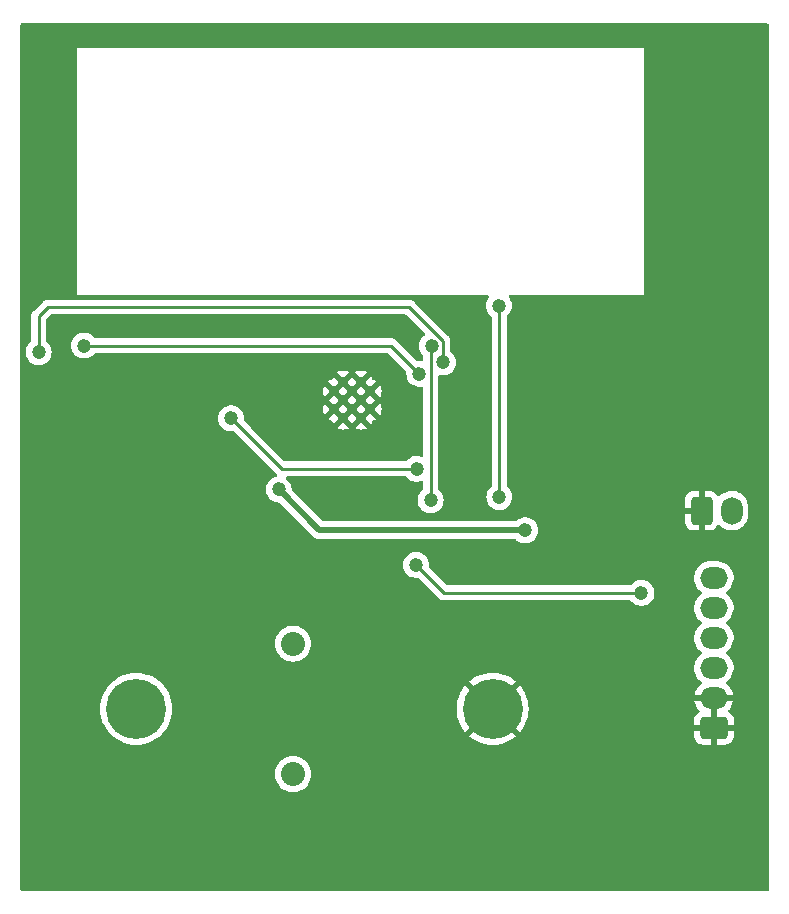
<source format=gbr>
%TF.GenerationSoftware,KiCad,Pcbnew,7.0.10*%
%TF.CreationDate,2024-03-05T16:05:14-06:00*%
%TF.ProjectId,smart_helmet,736d6172-745f-4686-956c-6d65742e6b69,rev?*%
%TF.SameCoordinates,Original*%
%TF.FileFunction,Copper,L2,Bot*%
%TF.FilePolarity,Positive*%
%FSLAX46Y46*%
G04 Gerber Fmt 4.6, Leading zero omitted, Abs format (unit mm)*
G04 Created by KiCad (PCBNEW 7.0.10) date 2024-03-05 16:05:14*
%MOMM*%
%LPD*%
G01*
G04 APERTURE LIST*
G04 Aperture macros list*
%AMRoundRect*
0 Rectangle with rounded corners*
0 $1 Rounding radius*
0 $2 $3 $4 $5 $6 $7 $8 $9 X,Y pos of 4 corners*
0 Add a 4 corners polygon primitive as box body*
4,1,4,$2,$3,$4,$5,$6,$7,$8,$9,$2,$3,0*
0 Add four circle primitives for the rounded corners*
1,1,$1+$1,$2,$3*
1,1,$1+$1,$4,$5*
1,1,$1+$1,$6,$7*
1,1,$1+$1,$8,$9*
0 Add four rect primitives between the rounded corners*
20,1,$1+$1,$2,$3,$4,$5,0*
20,1,$1+$1,$4,$5,$6,$7,0*
20,1,$1+$1,$6,$7,$8,$9,0*
20,1,$1+$1,$8,$9,$2,$3,0*%
G04 Aperture macros list end*
%TA.AperFunction,HeatsinkPad*%
%ADD10C,0.939800*%
%TD*%
%TA.AperFunction,ComponentPad*%
%ADD11C,2.032000*%
%TD*%
%TA.AperFunction,ComponentPad*%
%ADD12C,5.080000*%
%TD*%
%TA.AperFunction,ComponentPad*%
%ADD13O,2.336800X1.828800*%
%TD*%
%TA.AperFunction,ComponentPad*%
%ADD14RoundRect,0.262758X0.905642X-0.651642X0.905642X0.651642X-0.905642X0.651642X-0.905642X-0.651642X0*%
%TD*%
%TA.AperFunction,ComponentPad*%
%ADD15O,1.828800X2.336800*%
%TD*%
%TA.AperFunction,ComponentPad*%
%ADD16RoundRect,0.262758X-0.651642X-0.905642X0.651642X-0.905642X0.651642X0.905642X-0.651642X0.905642X0*%
%TD*%
%TA.AperFunction,ViaPad*%
%ADD17C,1.193800*%
%TD*%
%TA.AperFunction,Conductor*%
%ADD18C,0.254000*%
%TD*%
%TA.AperFunction,Conductor*%
%ADD19C,0.508000*%
%TD*%
G04 APERTURE END LIST*
D10*
%TO.P,U5,39,GND*%
%TO.N,GND*%
X151490000Y-88142500D03*
X153015000Y-89667500D03*
X150727500Y-88905000D03*
X152252500Y-88905000D03*
X151490000Y-89667500D03*
X153015000Y-88142500D03*
X150727500Y-87380000D03*
X150727500Y-90430000D03*
X149965000Y-89667500D03*
X152252500Y-87380000D03*
X152252500Y-90430000D03*
X149965000Y-88142500D03*
%TD*%
D11*
%TO.P,U3,1,IN*%
%TO.N,Net-(+12V_Battery1-Pin_2)*%
X146483800Y-120565100D03*
%TO.P,U3,2,OUT*%
%TO.N,Net-(U3-OUT)*%
X146483800Y-109516100D03*
D12*
%TO.P,U3,3,GND*%
%TO.N,GND*%
X163374800Y-115040600D03*
%TO.P,U3,4,4*%
%TO.N,unconnected-(U3-Pad4)*%
X133199600Y-115040600D03*
%TD*%
D13*
%TO.P,SensorConn1,6,Pin_6*%
%TO.N,/VDD*%
X182118720Y-103957541D03*
%TO.P,SensorConn1,5,Pin_5*%
%TO.N,/SDA*%
X182118720Y-106497541D03*
%TO.P,SensorConn1,4,Pin_4*%
%TO.N,/SCL*%
X182118720Y-109037541D03*
%TO.P,SensorConn1,3,Pin_3*%
%TO.N,/INT*%
X182118720Y-111577541D03*
%TO.P,SensorConn1,2,Pin_2*%
%TO.N,GND*%
X182118720Y-114117541D03*
D14*
%TO.P,SensorConn1,1,Pin_1*%
X182118720Y-116657541D03*
%TD*%
D15*
%TO.P,+12V_Battery1,2,Pin_2*%
%TO.N,Net-(+12V_Battery1-Pin_2)*%
X183612780Y-98259739D03*
D16*
%TO.P,+12V_Battery1,1,Pin_1*%
%TO.N,GND*%
X181072780Y-98259739D03*
%TD*%
D17*
%TO.N,/SCL*%
X163901668Y-80911116D03*
X163949588Y-97107922D03*
%TO.N,/VDD*%
X166140769Y-99922815D03*
X145263821Y-96472608D03*
%TO.N,Net-(U1-RXD)*%
X124942101Y-84844132D03*
X159172628Y-85706684D03*
%TO.N,Net-(U1-TXD)*%
X128783651Y-84282428D03*
X157175981Y-86678406D03*
%TO.N,Net-(U5-IO0)*%
X141250719Y-90448077D03*
X156968329Y-94728890D03*
%TO.N,/INT*%
X158258550Y-84331109D03*
X158130765Y-97381198D03*
%TO.N,/SDA*%
X156907078Y-102861881D03*
X175979057Y-105225912D03*
%TD*%
D18*
%TO.N,/SCL*%
X163949588Y-80959036D02*
X163901668Y-80911116D01*
X163949588Y-97107922D02*
X163949588Y-80959036D01*
D19*
%TO.N,/VDD*%
X148714028Y-99922815D02*
X145263821Y-96472608D01*
X166140769Y-99922815D02*
X148714028Y-99922815D01*
D18*
%TO.N,Net-(U1-RXD)*%
X124942101Y-81825201D02*
X124942101Y-84844132D01*
X125740760Y-81026542D02*
X124942101Y-81825201D01*
X159172628Y-85706684D02*
X159182450Y-85696862D01*
X159182450Y-85696862D02*
X159182450Y-83911536D01*
X159182450Y-83911536D02*
X156297456Y-81026542D01*
X156297456Y-81026542D02*
X125740760Y-81026542D01*
%TO.N,Net-(U1-TXD)*%
X154780003Y-84282428D02*
X128783651Y-84282428D01*
X157175981Y-86678406D02*
X154780003Y-84282428D01*
%TO.N,Net-(U5-IO0)*%
X156968329Y-94728890D02*
X145531532Y-94728890D01*
X145531532Y-94728890D02*
X141250719Y-90448077D01*
%TO.N,/INT*%
X158130765Y-97381198D02*
X158130765Y-84458894D01*
X158130765Y-84458894D02*
X158258550Y-84331109D01*
%TO.N,/SDA*%
X159271109Y-105225912D02*
X156907078Y-102861881D01*
X175979057Y-105225912D02*
X159271109Y-105225912D01*
%TD*%
%TA.AperFunction,Conductor*%
%TO.N,GND*%
G36*
X182368720Y-116117071D02*
G01*
X182274046Y-116077856D01*
X182157717Y-116062541D01*
X182079723Y-116062541D01*
X181963394Y-116077856D01*
X181868720Y-116117071D01*
X181868720Y-114658010D01*
X181963394Y-114697226D01*
X182079723Y-114712541D01*
X182157717Y-114712541D01*
X182274046Y-114697226D01*
X182368720Y-114658010D01*
X182368720Y-116117071D01*
G37*
%TD.AperFunction*%
%TA.AperFunction,Conductor*%
G36*
X186704171Y-57022883D02*
G01*
X186749926Y-57075687D01*
X186761132Y-57127198D01*
X186761132Y-130320641D01*
X186741447Y-130387680D01*
X186688643Y-130433435D01*
X186637132Y-130444641D01*
X123515080Y-130444641D01*
X123448041Y-130424956D01*
X123402286Y-130372152D01*
X123391080Y-130320641D01*
X123391080Y-120565100D01*
X144962611Y-120565100D01*
X144981338Y-120803063D01*
X145037061Y-121035168D01*
X145128408Y-121255700D01*
X145128410Y-121255704D01*
X145128411Y-121255705D01*
X145253132Y-121459232D01*
X145408157Y-121640743D01*
X145589668Y-121795768D01*
X145793195Y-121920489D01*
X145793197Y-121920489D01*
X145793199Y-121920491D01*
X145868871Y-121951835D01*
X146013727Y-122011837D01*
X146245834Y-122067561D01*
X146483800Y-122086289D01*
X146721766Y-122067561D01*
X146953873Y-122011837D01*
X147174405Y-121920489D01*
X147377932Y-121795768D01*
X147559443Y-121640743D01*
X147714468Y-121459232D01*
X147839189Y-121255705D01*
X147930537Y-121035173D01*
X147986261Y-120803066D01*
X148004989Y-120565100D01*
X147986261Y-120327134D01*
X147930537Y-120095027D01*
X147839189Y-119874495D01*
X147714468Y-119670968D01*
X147559443Y-119489457D01*
X147377932Y-119334432D01*
X147174405Y-119209711D01*
X147174404Y-119209710D01*
X147174400Y-119209708D01*
X146953868Y-119118361D01*
X146721762Y-119062638D01*
X146721763Y-119062638D01*
X146483800Y-119043911D01*
X146245836Y-119062638D01*
X146013731Y-119118361D01*
X145793199Y-119209708D01*
X145589667Y-119334432D01*
X145408157Y-119489457D01*
X145253132Y-119670967D01*
X145128408Y-119874499D01*
X145037061Y-120095031D01*
X144981338Y-120327136D01*
X144962611Y-120565100D01*
X123391080Y-120565100D01*
X123391080Y-115040600D01*
X130154309Y-115040600D01*
X130173456Y-115381559D01*
X130173458Y-115381571D01*
X130230660Y-115718237D01*
X130230662Y-115718246D01*
X130298892Y-115955075D01*
X130325201Y-116046396D01*
X130428821Y-116296556D01*
X130455887Y-116361900D01*
X130621080Y-116660796D01*
X130621083Y-116660801D01*
X130818475Y-116938997D01*
X130818696Y-116939308D01*
X131046254Y-117193946D01*
X131300892Y-117421504D01*
X131300895Y-117421506D01*
X131300896Y-117421507D01*
X131579398Y-117619116D01*
X131579403Y-117619119D01*
X131579406Y-117619120D01*
X131579408Y-117619122D01*
X131878298Y-117784312D01*
X132193804Y-117914999D01*
X132521959Y-118009539D01*
X132858636Y-118066743D01*
X133199600Y-118085891D01*
X133540564Y-118066743D01*
X133877241Y-118009539D01*
X134205396Y-117914999D01*
X134520902Y-117784312D01*
X134819792Y-117619122D01*
X134819797Y-117619118D01*
X134819801Y-117619116D01*
X134934910Y-117537440D01*
X135098308Y-117421504D01*
X135352946Y-117193946D01*
X135580504Y-116939308D01*
X135778122Y-116660792D01*
X135943312Y-116361902D01*
X136073999Y-116046396D01*
X136168539Y-115718241D01*
X136225743Y-115381564D01*
X136244891Y-115040600D01*
X160330010Y-115040600D01*
X160349154Y-115381503D01*
X160349156Y-115381515D01*
X160406348Y-115718126D01*
X160406350Y-115718135D01*
X160500871Y-116046224D01*
X160631538Y-116361683D01*
X160796703Y-116660526D01*
X160994288Y-116938997D01*
X161054959Y-117006886D01*
X161808113Y-116253732D01*
X161873684Y-116341324D01*
X162074076Y-116541716D01*
X162161666Y-116607285D01*
X161408512Y-117360439D01*
X161476405Y-117421113D01*
X161476410Y-117421117D01*
X161754873Y-117618696D01*
X162053716Y-117783861D01*
X162369175Y-117914528D01*
X162697264Y-118009049D01*
X162697273Y-118009051D01*
X163033884Y-118066243D01*
X163033896Y-118066245D01*
X163374800Y-118085389D01*
X163715703Y-118066245D01*
X163715715Y-118066243D01*
X164052326Y-118009051D01*
X164052335Y-118009049D01*
X164380424Y-117914528D01*
X164695883Y-117783861D01*
X164994726Y-117618696D01*
X165273196Y-117421112D01*
X165273207Y-117421103D01*
X165341087Y-117360440D01*
X165341087Y-117360439D01*
X164587933Y-116607285D01*
X164675524Y-116541716D01*
X164875916Y-116341324D01*
X164941485Y-116253733D01*
X165694639Y-117006887D01*
X165694640Y-117006887D01*
X165755303Y-116939007D01*
X165755312Y-116938996D01*
X165952896Y-116660526D01*
X166118061Y-116361683D01*
X166248728Y-116046224D01*
X166343249Y-115718135D01*
X166343251Y-115718126D01*
X166400443Y-115381515D01*
X166400445Y-115381503D01*
X166419589Y-115040600D01*
X166400445Y-114699696D01*
X166400443Y-114699684D01*
X166343251Y-114363073D01*
X166343249Y-114363064D01*
X166248728Y-114034975D01*
X166118061Y-113719516D01*
X165952896Y-113420673D01*
X165755317Y-113142210D01*
X165755313Y-113142205D01*
X165694639Y-113074312D01*
X164941485Y-113827466D01*
X164875916Y-113739876D01*
X164675524Y-113539484D01*
X164587932Y-113473913D01*
X165341086Y-112720759D01*
X165273197Y-112660088D01*
X164994726Y-112462503D01*
X164695883Y-112297338D01*
X164380424Y-112166671D01*
X164052335Y-112072150D01*
X164052326Y-112072148D01*
X163715715Y-112014956D01*
X163715703Y-112014954D01*
X163374800Y-111995810D01*
X163033896Y-112014954D01*
X163033884Y-112014956D01*
X162697273Y-112072148D01*
X162697264Y-112072150D01*
X162369175Y-112166671D01*
X162053716Y-112297338D01*
X161754873Y-112462503D01*
X161476399Y-112660091D01*
X161408512Y-112720759D01*
X162161667Y-113473914D01*
X162074076Y-113539484D01*
X161873684Y-113739876D01*
X161808114Y-113827467D01*
X161054959Y-113074312D01*
X160994291Y-113142199D01*
X160796703Y-113420673D01*
X160631538Y-113719516D01*
X160500871Y-114034975D01*
X160406350Y-114363064D01*
X160406348Y-114363073D01*
X160349156Y-114699684D01*
X160349154Y-114699696D01*
X160330010Y-115040600D01*
X136244891Y-115040600D01*
X136225743Y-114699636D01*
X136168539Y-114362959D01*
X136073999Y-114034804D01*
X135943312Y-113719298D01*
X135778122Y-113420408D01*
X135778120Y-113420406D01*
X135778119Y-113420403D01*
X135778116Y-113420398D01*
X135580507Y-113141896D01*
X135580506Y-113141895D01*
X135580504Y-113141892D01*
X135352946Y-112887254D01*
X135098308Y-112659696D01*
X135098305Y-112659694D01*
X135098303Y-112659692D01*
X134819801Y-112462083D01*
X134819796Y-112462080D01*
X134520900Y-112296887D01*
X134327644Y-112216838D01*
X134205396Y-112166201D01*
X134121048Y-112141900D01*
X133877246Y-112071662D01*
X133877237Y-112071660D01*
X133540571Y-112014458D01*
X133540559Y-112014456D01*
X133199600Y-111995309D01*
X132858640Y-112014456D01*
X132858628Y-112014458D01*
X132521962Y-112071660D01*
X132521953Y-112071662D01*
X132193807Y-112166200D01*
X132193804Y-112166201D01*
X132101396Y-112204477D01*
X131878299Y-112296887D01*
X131579403Y-112462080D01*
X131579398Y-112462083D01*
X131300896Y-112659692D01*
X131046254Y-112887254D01*
X130818692Y-113141896D01*
X130621083Y-113420398D01*
X130621080Y-113420403D01*
X130455887Y-113719299D01*
X130325200Y-114034807D01*
X130230662Y-114362953D01*
X130230660Y-114362962D01*
X130173458Y-114699628D01*
X130173456Y-114699640D01*
X130154309Y-115040600D01*
X123391080Y-115040600D01*
X123391080Y-111517274D01*
X180445983Y-111517274D01*
X180456205Y-111757901D01*
X180456206Y-111757910D01*
X180506948Y-111993354D01*
X180506948Y-111993355D01*
X180596749Y-112216834D01*
X180723030Y-112421929D01*
X180882155Y-112602729D01*
X181069743Y-112754197D01*
X181109535Y-112811628D01*
X181111961Y-112881455D01*
X181076251Y-112941510D01*
X181061280Y-112953408D01*
X180972954Y-113013106D01*
X180799129Y-113179704D01*
X180799128Y-113179705D01*
X180655964Y-113373274D01*
X180655959Y-113373282D01*
X180547571Y-113588261D01*
X180547570Y-113588264D01*
X180477067Y-113818477D01*
X180477066Y-113818484D01*
X180470784Y-113867541D01*
X181578250Y-113867541D01*
X181539035Y-113962215D01*
X181518586Y-114117541D01*
X181539035Y-114272867D01*
X181578250Y-114367541D01*
X180471724Y-114367541D01*
X180507428Y-114533206D01*
X180597197Y-114756608D01*
X180723432Y-114961626D01*
X180883101Y-115143047D01*
X180912615Y-115206377D01*
X180903205Y-115275610D01*
X180857859Y-115328765D01*
X180855114Y-115330508D01*
X180736771Y-115403503D01*
X180736767Y-115403506D01*
X180610685Y-115529588D01*
X180610682Y-115529592D01*
X180517082Y-115681340D01*
X180517077Y-115681351D01*
X180460992Y-115850605D01*
X180460991Y-115850612D01*
X180450320Y-115955060D01*
X180450320Y-116407541D01*
X181578250Y-116407541D01*
X181539035Y-116502215D01*
X181518586Y-116657541D01*
X181539035Y-116812867D01*
X181578250Y-116907541D01*
X180450321Y-116907541D01*
X180450321Y-117360023D01*
X180460991Y-117464475D01*
X180460992Y-117464478D01*
X180517077Y-117633730D01*
X180517082Y-117633741D01*
X180610682Y-117785489D01*
X180610685Y-117785493D01*
X180736767Y-117911575D01*
X180736771Y-117911578D01*
X180888519Y-118005178D01*
X180888530Y-118005183D01*
X181057784Y-118061268D01*
X181057791Y-118061269D01*
X181162245Y-118071940D01*
X181868719Y-118071940D01*
X181868720Y-118071939D01*
X181868720Y-117198010D01*
X181963394Y-117237226D01*
X182079723Y-117252541D01*
X182157717Y-117252541D01*
X182274046Y-117237226D01*
X182368720Y-117198010D01*
X182368720Y-118071940D01*
X183075186Y-118071940D01*
X183075202Y-118071939D01*
X183179654Y-118061269D01*
X183179657Y-118061268D01*
X183348909Y-118005183D01*
X183348920Y-118005178D01*
X183500668Y-117911578D01*
X183500672Y-117911575D01*
X183626754Y-117785493D01*
X183626757Y-117785489D01*
X183720357Y-117633741D01*
X183720362Y-117633730D01*
X183776447Y-117464476D01*
X183776448Y-117464469D01*
X183787119Y-117360021D01*
X183787120Y-117360008D01*
X183787120Y-116907541D01*
X182659190Y-116907541D01*
X182698405Y-116812867D01*
X182718854Y-116657541D01*
X182698405Y-116502215D01*
X182659190Y-116407541D01*
X183787119Y-116407541D01*
X183787119Y-115955075D01*
X183787118Y-115955058D01*
X183776448Y-115850606D01*
X183776447Y-115850603D01*
X183720362Y-115681351D01*
X183720357Y-115681340D01*
X183626757Y-115529592D01*
X183626754Y-115529588D01*
X183500672Y-115403506D01*
X183500668Y-115403503D01*
X183378154Y-115327935D01*
X183331429Y-115275987D01*
X183320208Y-115207025D01*
X183348051Y-115142943D01*
X183357451Y-115132874D01*
X183438310Y-115055376D01*
X183438311Y-115055376D01*
X183581475Y-114861807D01*
X183581480Y-114861799D01*
X183689868Y-114646820D01*
X183689869Y-114646817D01*
X183760372Y-114416604D01*
X183760373Y-114416597D01*
X183766656Y-114367541D01*
X182659190Y-114367541D01*
X182698405Y-114272867D01*
X182718854Y-114117541D01*
X182698405Y-113962215D01*
X182659190Y-113867541D01*
X183765716Y-113867541D01*
X183765715Y-113867540D01*
X183730011Y-113701875D01*
X183640242Y-113478473D01*
X183514007Y-113273455D01*
X183354936Y-113092713D01*
X183167669Y-112941505D01*
X183127877Y-112884074D01*
X183125450Y-112814247D01*
X183161161Y-112754192D01*
X183176125Y-112742299D01*
X183264802Y-112682364D01*
X183438687Y-112515710D01*
X183581905Y-112322066D01*
X183690337Y-112107003D01*
X183760864Y-111876709D01*
X183791457Y-111637808D01*
X183781234Y-111397174D01*
X183730492Y-111161728D01*
X183640689Y-110938244D01*
X183514409Y-110733152D01*
X183355284Y-110552352D01*
X183168100Y-110401211D01*
X183128309Y-110343783D01*
X183125882Y-110273955D01*
X183161593Y-110213901D01*
X183176557Y-110202007D01*
X183264802Y-110142364D01*
X183438687Y-109975710D01*
X183581905Y-109782066D01*
X183690337Y-109567003D01*
X183760864Y-109336709D01*
X183791457Y-109097808D01*
X183781234Y-108857174D01*
X183730492Y-108621728D01*
X183640689Y-108398244D01*
X183514409Y-108193152D01*
X183355284Y-108012352D01*
X183168100Y-107861211D01*
X183128309Y-107803783D01*
X183125882Y-107733955D01*
X183161593Y-107673901D01*
X183176557Y-107662007D01*
X183264802Y-107602364D01*
X183438687Y-107435710D01*
X183581905Y-107242066D01*
X183690337Y-107027003D01*
X183760864Y-106796709D01*
X183791457Y-106557808D01*
X183781234Y-106317174D01*
X183730492Y-106081728D01*
X183640689Y-105858244D01*
X183514409Y-105653152D01*
X183355284Y-105472352D01*
X183168100Y-105321211D01*
X183128309Y-105263783D01*
X183125882Y-105193955D01*
X183161593Y-105133901D01*
X183176557Y-105122007D01*
X183264802Y-105062364D01*
X183438687Y-104895710D01*
X183581905Y-104702066D01*
X183690337Y-104487003D01*
X183760864Y-104256709D01*
X183791457Y-104017808D01*
X183790209Y-103988443D01*
X183784262Y-103848441D01*
X183781234Y-103777174D01*
X183730492Y-103541728D01*
X183640689Y-103318244D01*
X183514409Y-103113152D01*
X183355284Y-102932352D01*
X183355283Y-102932351D01*
X183355279Y-102932347D01*
X183167899Y-102781048D01*
X183167893Y-102781043D01*
X182957629Y-102663583D01*
X182730536Y-102583346D01*
X182730526Y-102583343D01*
X182493155Y-102542641D01*
X182493146Y-102542641D01*
X181804612Y-102542641D01*
X181804593Y-102542641D01*
X181624742Y-102557949D01*
X181624739Y-102557950D01*
X181391656Y-102618639D01*
X181172190Y-102717843D01*
X181172182Y-102717848D01*
X180972639Y-102852717D01*
X180798752Y-103019372D01*
X180655537Y-103213013D01*
X180655534Y-103213017D01*
X180547103Y-103428077D01*
X180476575Y-103658375D01*
X180445983Y-103897274D01*
X180456205Y-104137901D01*
X180456206Y-104137910D01*
X180506948Y-104373354D01*
X180506948Y-104373355D01*
X180596749Y-104596834D01*
X180596751Y-104596838D01*
X180626854Y-104645728D01*
X180723030Y-104801929D01*
X180882155Y-104982729D01*
X181069337Y-105133869D01*
X181109129Y-105191300D01*
X181111555Y-105261127D01*
X181075845Y-105321182D01*
X181060875Y-105333080D01*
X180972637Y-105392719D01*
X180798752Y-105559372D01*
X180655537Y-105753013D01*
X180655534Y-105753017D01*
X180547103Y-105968077D01*
X180476575Y-106198375D01*
X180445983Y-106437274D01*
X180456205Y-106677901D01*
X180456206Y-106677910D01*
X180506948Y-106913354D01*
X180506948Y-106913355D01*
X180596749Y-107136834D01*
X180723030Y-107341929D01*
X180882155Y-107522729D01*
X181069337Y-107673869D01*
X181109129Y-107731300D01*
X181111555Y-107801127D01*
X181075845Y-107861182D01*
X181060875Y-107873080D01*
X180972637Y-107932719D01*
X180798752Y-108099372D01*
X180655537Y-108293013D01*
X180655534Y-108293017D01*
X180547103Y-108508077D01*
X180476575Y-108738375D01*
X180445983Y-108977274D01*
X180456205Y-109217901D01*
X180456206Y-109217910D01*
X180506948Y-109453354D01*
X180506948Y-109453355D01*
X180596749Y-109676834D01*
X180723030Y-109881929D01*
X180882155Y-110062729D01*
X181069337Y-110213869D01*
X181109129Y-110271300D01*
X181111555Y-110341127D01*
X181075845Y-110401182D01*
X181060875Y-110413080D01*
X180972637Y-110472719D01*
X180798752Y-110639372D01*
X180655537Y-110833013D01*
X180655534Y-110833017D01*
X180547103Y-111048077D01*
X180476575Y-111278375D01*
X180445983Y-111517274D01*
X123391080Y-111517274D01*
X123391080Y-109516100D01*
X144962611Y-109516100D01*
X144981338Y-109754063D01*
X145037061Y-109986168D01*
X145128408Y-110206700D01*
X145128410Y-110206704D01*
X145128411Y-110206705D01*
X145253132Y-110410232D01*
X145408157Y-110591743D01*
X145589668Y-110746768D01*
X145793195Y-110871489D01*
X145793197Y-110871489D01*
X145793199Y-110871491D01*
X145868871Y-110902835D01*
X146013727Y-110962837D01*
X146245834Y-111018561D01*
X146483800Y-111037289D01*
X146721766Y-111018561D01*
X146953873Y-110962837D01*
X147174405Y-110871489D01*
X147377932Y-110746768D01*
X147559443Y-110591743D01*
X147714468Y-110410232D01*
X147839189Y-110206705D01*
X147930537Y-109986173D01*
X147986261Y-109754066D01*
X148004989Y-109516100D01*
X147986261Y-109278134D01*
X147930537Y-109046027D01*
X147870535Y-108901171D01*
X147839191Y-108825499D01*
X147785800Y-108738373D01*
X147714468Y-108621968D01*
X147559443Y-108440457D01*
X147377932Y-108285432D01*
X147174405Y-108160711D01*
X147174404Y-108160710D01*
X147174400Y-108160708D01*
X146953868Y-108069361D01*
X146721762Y-108013638D01*
X146721763Y-108013638D01*
X146483800Y-107994911D01*
X146245836Y-108013638D01*
X146013731Y-108069361D01*
X145793199Y-108160708D01*
X145589667Y-108285432D01*
X145408157Y-108440457D01*
X145253132Y-108621967D01*
X145128408Y-108825499D01*
X145037061Y-109046031D01*
X144981338Y-109278136D01*
X144962611Y-109516100D01*
X123391080Y-109516100D01*
X123391080Y-102861881D01*
X155804977Y-102861881D01*
X155823741Y-103064391D01*
X155823742Y-103064393D01*
X155879397Y-103260001D01*
X155879398Y-103260003D01*
X155879399Y-103260006D01*
X155908398Y-103318244D01*
X155970049Y-103442056D01*
X155970054Y-103442064D01*
X156092617Y-103604364D01*
X156242913Y-103741376D01*
X156242915Y-103741378D01*
X156415825Y-103848439D01*
X156415827Y-103848440D01*
X156415829Y-103848441D01*
X156605474Y-103921910D01*
X156805389Y-103959281D01*
X156805391Y-103959281D01*
X157008767Y-103959281D01*
X157035753Y-103954236D01*
X157105267Y-103961265D01*
X157146221Y-103988443D01*
X158768733Y-105610955D01*
X158778580Y-105623245D01*
X158778798Y-105623066D01*
X158783766Y-105629071D01*
X158832955Y-105675263D01*
X158835752Y-105677974D01*
X158855316Y-105697538D01*
X158858494Y-105700002D01*
X158867390Y-105707599D01*
X158899344Y-105737607D01*
X158899346Y-105737608D01*
X158916976Y-105747299D01*
X158933244Y-105757984D01*
X158949147Y-105770320D01*
X158989371Y-105787726D01*
X158999863Y-105792866D01*
X159038267Y-105813980D01*
X159038269Y-105813981D01*
X159038275Y-105813984D01*
X159057349Y-105818881D01*
X159057769Y-105818989D01*
X159076173Y-105825289D01*
X159094651Y-105833286D01*
X159137960Y-105840145D01*
X159149367Y-105842507D01*
X159191837Y-105853412D01*
X159211967Y-105853412D01*
X159231366Y-105854939D01*
X159251242Y-105858087D01*
X159291037Y-105854325D01*
X159294879Y-105853962D01*
X159306548Y-105853412D01*
X175016021Y-105853412D01*
X175083060Y-105873097D01*
X175114975Y-105902686D01*
X175164592Y-105968390D01*
X175164594Y-105968393D01*
X175314892Y-106105407D01*
X175314894Y-106105409D01*
X175487804Y-106212470D01*
X175487806Y-106212471D01*
X175487808Y-106212472D01*
X175677453Y-106285941D01*
X175877368Y-106323312D01*
X175877370Y-106323312D01*
X176080744Y-106323312D01*
X176080746Y-106323312D01*
X176280661Y-106285941D01*
X176470306Y-106212472D01*
X176643221Y-106105408D01*
X176793519Y-105968393D01*
X176916082Y-105806093D01*
X177006736Y-105624037D01*
X177062393Y-105428423D01*
X177081158Y-105225912D01*
X177062393Y-105023401D01*
X177006736Y-104827787D01*
X176944133Y-104702064D01*
X176916085Y-104645736D01*
X176916080Y-104645728D01*
X176793517Y-104483428D01*
X176643221Y-104346416D01*
X176643219Y-104346414D01*
X176470309Y-104239353D01*
X176470300Y-104239349D01*
X176328072Y-104184250D01*
X176280661Y-104165883D01*
X176080746Y-104128512D01*
X175877368Y-104128512D01*
X175677453Y-104165883D01*
X175677450Y-104165883D01*
X175677450Y-104165884D01*
X175487813Y-104239349D01*
X175487804Y-104239353D01*
X175314894Y-104346414D01*
X175314892Y-104346416D01*
X175164594Y-104483430D01*
X175164592Y-104483433D01*
X175114975Y-104549138D01*
X175058867Y-104590775D01*
X175016021Y-104598412D01*
X159582390Y-104598412D01*
X159515351Y-104578727D01*
X159494709Y-104562093D01*
X158032133Y-103099517D01*
X157998648Y-103038194D01*
X157996343Y-103000400D01*
X158009179Y-102861881D01*
X157990414Y-102659370D01*
X157934757Y-102463756D01*
X157874650Y-102343046D01*
X157844106Y-102281705D01*
X157844101Y-102281697D01*
X157721538Y-102119397D01*
X157571242Y-101982385D01*
X157571240Y-101982383D01*
X157398330Y-101875322D01*
X157398321Y-101875318D01*
X157256093Y-101820219D01*
X157208682Y-101801852D01*
X157008767Y-101764481D01*
X156805389Y-101764481D01*
X156605474Y-101801852D01*
X156605471Y-101801852D01*
X156605471Y-101801853D01*
X156415834Y-101875318D01*
X156415825Y-101875322D01*
X156242915Y-101982383D01*
X156242913Y-101982385D01*
X156092617Y-102119397D01*
X155970054Y-102281697D01*
X155970049Y-102281705D01*
X155879400Y-102463754D01*
X155879397Y-102463760D01*
X155823742Y-102659368D01*
X155823741Y-102659370D01*
X155804977Y-102861880D01*
X155804977Y-102861881D01*
X123391080Y-102861881D01*
X123391080Y-88905000D01*
X149556053Y-88905000D01*
X149965000Y-89313947D01*
X150373947Y-88905000D01*
X150569724Y-88905000D01*
X150590862Y-88983888D01*
X150648612Y-89041638D01*
X150707437Y-89057400D01*
X150747563Y-89057400D01*
X150806388Y-89041638D01*
X150864138Y-88983888D01*
X150885276Y-88905000D01*
X151081053Y-88905000D01*
X151490000Y-89313947D01*
X151898947Y-88905000D01*
X152094724Y-88905000D01*
X152115862Y-88983888D01*
X152173612Y-89041638D01*
X152232437Y-89057400D01*
X152272563Y-89057400D01*
X152331388Y-89041638D01*
X152389138Y-88983888D01*
X152410276Y-88905000D01*
X152606053Y-88905000D01*
X153015000Y-89313947D01*
X153423947Y-88905000D01*
X153015000Y-88496053D01*
X152606053Y-88905000D01*
X152410276Y-88905000D01*
X152389138Y-88826112D01*
X152331388Y-88768362D01*
X152272563Y-88752600D01*
X152232437Y-88752600D01*
X152173612Y-88768362D01*
X152115862Y-88826112D01*
X152094724Y-88905000D01*
X151898947Y-88905000D01*
X151490000Y-88496053D01*
X151081053Y-88905000D01*
X150885276Y-88905000D01*
X150864138Y-88826112D01*
X150806388Y-88768362D01*
X150747563Y-88752600D01*
X150707437Y-88752600D01*
X150648612Y-88768362D01*
X150590862Y-88826112D01*
X150569724Y-88905000D01*
X150373947Y-88905000D01*
X149965000Y-88496053D01*
X149556053Y-88905000D01*
X123391080Y-88905000D01*
X123391080Y-88142500D01*
X148990407Y-88142500D01*
X149009133Y-88332632D01*
X149064594Y-88515463D01*
X149125164Y-88628781D01*
X149125165Y-88628781D01*
X149611447Y-88142500D01*
X149807224Y-88142500D01*
X149828362Y-88221388D01*
X149886112Y-88279138D01*
X149944937Y-88294900D01*
X149985063Y-88294900D01*
X150043888Y-88279138D01*
X150101638Y-88221388D01*
X150122776Y-88142500D01*
X150318553Y-88142500D01*
X150727500Y-88551447D01*
X151136447Y-88142500D01*
X151332224Y-88142500D01*
X151353362Y-88221388D01*
X151411112Y-88279138D01*
X151469937Y-88294900D01*
X151510063Y-88294900D01*
X151568888Y-88279138D01*
X151626638Y-88221388D01*
X151647776Y-88142500D01*
X151843553Y-88142500D01*
X152252500Y-88551447D01*
X152661447Y-88142500D01*
X152857224Y-88142500D01*
X152878362Y-88221388D01*
X152936112Y-88279138D01*
X152994937Y-88294900D01*
X153035063Y-88294900D01*
X153093888Y-88279138D01*
X153151638Y-88221388D01*
X153172776Y-88142501D01*
X153368553Y-88142501D01*
X153854833Y-88628781D01*
X153854834Y-88628780D01*
X153915405Y-88515463D01*
X153970866Y-88332632D01*
X153989592Y-88142500D01*
X153970866Y-87952367D01*
X153915406Y-87769538D01*
X153854833Y-87656218D01*
X153854833Y-87656217D01*
X153368553Y-88142499D01*
X153368553Y-88142501D01*
X153172776Y-88142501D01*
X153172776Y-88142500D01*
X153151638Y-88063612D01*
X153093888Y-88005862D01*
X153035063Y-87990100D01*
X152994937Y-87990100D01*
X152936112Y-88005862D01*
X152878362Y-88063612D01*
X152857224Y-88142500D01*
X152661447Y-88142500D01*
X152252500Y-87733553D01*
X151843553Y-88142500D01*
X151647776Y-88142500D01*
X151626638Y-88063612D01*
X151568888Y-88005862D01*
X151510063Y-87990100D01*
X151469937Y-87990100D01*
X151411112Y-88005862D01*
X151353362Y-88063612D01*
X151332224Y-88142500D01*
X151136447Y-88142500D01*
X150727500Y-87733553D01*
X150318553Y-88142500D01*
X150122776Y-88142500D01*
X150101638Y-88063612D01*
X150043888Y-88005862D01*
X149985063Y-87990100D01*
X149944937Y-87990100D01*
X149886112Y-88005862D01*
X149828362Y-88063612D01*
X149807224Y-88142500D01*
X149611447Y-88142500D01*
X149125164Y-87656217D01*
X149064594Y-87769535D01*
X149009133Y-87952367D01*
X148990407Y-88142500D01*
X123391080Y-88142500D01*
X123391080Y-87302664D01*
X149478717Y-87302664D01*
X149965000Y-87788947D01*
X150373947Y-87380000D01*
X150569724Y-87380000D01*
X150590862Y-87458888D01*
X150648612Y-87516638D01*
X150707437Y-87532400D01*
X150747563Y-87532400D01*
X150806388Y-87516638D01*
X150864138Y-87458888D01*
X150885276Y-87380000D01*
X151081053Y-87380000D01*
X151490000Y-87788947D01*
X151898947Y-87380000D01*
X152094724Y-87380000D01*
X152115862Y-87458888D01*
X152173612Y-87516638D01*
X152232437Y-87532400D01*
X152272563Y-87532400D01*
X152331388Y-87516638D01*
X152389138Y-87458888D01*
X152410276Y-87380000D01*
X152606053Y-87380000D01*
X153015000Y-87788947D01*
X153015001Y-87788947D01*
X153501281Y-87302665D01*
X153501281Y-87302664D01*
X153387960Y-87242092D01*
X153271038Y-87206624D01*
X153212600Y-87168327D01*
X153188373Y-87123959D01*
X153152903Y-87007031D01*
X153092334Y-86893718D01*
X153092333Y-86893717D01*
X152606053Y-87379999D01*
X152606053Y-87380000D01*
X152410276Y-87380000D01*
X152389138Y-87301112D01*
X152331388Y-87243362D01*
X152272563Y-87227600D01*
X152232437Y-87227600D01*
X152173612Y-87243362D01*
X152115862Y-87301112D01*
X152094724Y-87380000D01*
X151898947Y-87380000D01*
X151490000Y-86971053D01*
X151081053Y-87380000D01*
X150885276Y-87380000D01*
X150864138Y-87301112D01*
X150806388Y-87243362D01*
X150747563Y-87227600D01*
X150707437Y-87227600D01*
X150648612Y-87243362D01*
X150590862Y-87301112D01*
X150569724Y-87380000D01*
X150373947Y-87380000D01*
X149887664Y-86893717D01*
X149827094Y-87007036D01*
X149791626Y-87123960D01*
X149753328Y-87182399D01*
X149708960Y-87206626D01*
X149592036Y-87242094D01*
X149478717Y-87302664D01*
X123391080Y-87302664D01*
X123391080Y-86540164D01*
X150241217Y-86540164D01*
X150727500Y-87026447D01*
X150727501Y-87026447D01*
X151213781Y-86540165D01*
X151213781Y-86540164D01*
X151766217Y-86540164D01*
X152252500Y-87026447D01*
X152252501Y-87026447D01*
X152738781Y-86540165D01*
X152738781Y-86540164D01*
X152625463Y-86479594D01*
X152442630Y-86424133D01*
X152442634Y-86424133D01*
X152252500Y-86405407D01*
X152062367Y-86424133D01*
X151879535Y-86479594D01*
X151766217Y-86540164D01*
X151213781Y-86540164D01*
X151100463Y-86479594D01*
X150917630Y-86424133D01*
X150917634Y-86424133D01*
X150727500Y-86405407D01*
X150537367Y-86424133D01*
X150354535Y-86479594D01*
X150241217Y-86540164D01*
X123391080Y-86540164D01*
X123391080Y-84844132D01*
X123840000Y-84844132D01*
X123858764Y-85046642D01*
X123858765Y-85046644D01*
X123914420Y-85242252D01*
X123914421Y-85242254D01*
X123914422Y-85242257D01*
X123927732Y-85268986D01*
X124005072Y-85424307D01*
X124005077Y-85424315D01*
X124127640Y-85586615D01*
X124277936Y-85723627D01*
X124277938Y-85723629D01*
X124450848Y-85830690D01*
X124450850Y-85830691D01*
X124450852Y-85830692D01*
X124640497Y-85904161D01*
X124840412Y-85941532D01*
X124840414Y-85941532D01*
X125043788Y-85941532D01*
X125043790Y-85941532D01*
X125243705Y-85904161D01*
X125433350Y-85830692D01*
X125606265Y-85723628D01*
X125756563Y-85586613D01*
X125879126Y-85424313D01*
X125969780Y-85242257D01*
X126025437Y-85046643D01*
X126044202Y-84844132D01*
X126025437Y-84641621D01*
X125969780Y-84446007D01*
X125888326Y-84282427D01*
X125879129Y-84263956D01*
X125879124Y-84263948D01*
X125756563Y-84101651D01*
X125610062Y-83968097D01*
X125573781Y-83908385D01*
X125569601Y-83876460D01*
X125569601Y-82136482D01*
X125589286Y-82069443D01*
X125605920Y-82048801D01*
X125964360Y-81690361D01*
X126025683Y-81656876D01*
X126052041Y-81654042D01*
X155986175Y-81654042D01*
X156053214Y-81673727D01*
X156073856Y-81690361D01*
X157632358Y-83248864D01*
X157665843Y-83310187D01*
X157660859Y-83379879D01*
X157618987Y-83435812D01*
X157609959Y-83441969D01*
X157594389Y-83451610D01*
X157594385Y-83451613D01*
X157444089Y-83588625D01*
X157321526Y-83750925D01*
X157321521Y-83750933D01*
X157230872Y-83932982D01*
X157230869Y-83932988D01*
X157175214Y-84128596D01*
X157175213Y-84128598D01*
X157156449Y-84331108D01*
X157156449Y-84331109D01*
X157175213Y-84533619D01*
X157175214Y-84533621D01*
X157230869Y-84729229D01*
X157230870Y-84729231D01*
X157230871Y-84729234D01*
X157260924Y-84789588D01*
X157321521Y-84911284D01*
X157321526Y-84911292D01*
X157444089Y-85073591D01*
X157462802Y-85090650D01*
X157499084Y-85150361D01*
X157503265Y-85182288D01*
X157503265Y-85473849D01*
X157483580Y-85540888D01*
X157430776Y-85586643D01*
X157361618Y-85596587D01*
X157356481Y-85595738D01*
X157299409Y-85585069D01*
X157277670Y-85581006D01*
X157074292Y-85581006D01*
X157047301Y-85586051D01*
X156977786Y-85579019D01*
X156936837Y-85551843D01*
X155282379Y-83897385D01*
X155272534Y-83885096D01*
X155272316Y-83885277D01*
X155267343Y-83879266D01*
X155218156Y-83833076D01*
X155215357Y-83830363D01*
X155195800Y-83810805D01*
X155192610Y-83808331D01*
X155183719Y-83800738D01*
X155151771Y-83770736D01*
X155151766Y-83770732D01*
X155134125Y-83761034D01*
X155117860Y-83750350D01*
X155101966Y-83738021D01*
X155101965Y-83738020D01*
X155061738Y-83720612D01*
X155051250Y-83715473D01*
X155012841Y-83694357D01*
X155012831Y-83694354D01*
X154993337Y-83689348D01*
X154974936Y-83683048D01*
X154956462Y-83675054D01*
X154956455Y-83675052D01*
X154913176Y-83668198D01*
X154901736Y-83665829D01*
X154859282Y-83654928D01*
X154859275Y-83654928D01*
X154839145Y-83654928D01*
X154819746Y-83653401D01*
X154799871Y-83650253D01*
X154799870Y-83650253D01*
X154756233Y-83654378D01*
X154744564Y-83654928D01*
X129746687Y-83654928D01*
X129679648Y-83635243D01*
X129647733Y-83605654D01*
X129598115Y-83539949D01*
X129598113Y-83539946D01*
X129447815Y-83402932D01*
X129447813Y-83402930D01*
X129274903Y-83295869D01*
X129274894Y-83295865D01*
X129132666Y-83240766D01*
X129085255Y-83222399D01*
X128885340Y-83185028D01*
X128681962Y-83185028D01*
X128482047Y-83222399D01*
X128482044Y-83222399D01*
X128482044Y-83222400D01*
X128292407Y-83295865D01*
X128292398Y-83295869D01*
X128119488Y-83402930D01*
X128119486Y-83402932D01*
X127969190Y-83539944D01*
X127846627Y-83702244D01*
X127846622Y-83702252D01*
X127755973Y-83884301D01*
X127755970Y-83884307D01*
X127700315Y-84079915D01*
X127700314Y-84079917D01*
X127681550Y-84282427D01*
X127681550Y-84282428D01*
X127700314Y-84484938D01*
X127700315Y-84484940D01*
X127755970Y-84680548D01*
X127755971Y-84680550D01*
X127755972Y-84680553D01*
X127780213Y-84729235D01*
X127846622Y-84862603D01*
X127846627Y-84862611D01*
X127969190Y-85024911D01*
X128119486Y-85161923D01*
X128119488Y-85161925D01*
X128292398Y-85268986D01*
X128292400Y-85268987D01*
X128292402Y-85268988D01*
X128482047Y-85342457D01*
X128681962Y-85379828D01*
X128681964Y-85379828D01*
X128885338Y-85379828D01*
X128885340Y-85379828D01*
X129085255Y-85342457D01*
X129274900Y-85268988D01*
X129447815Y-85161924D01*
X129598113Y-85024909D01*
X129643956Y-84964203D01*
X129647733Y-84959202D01*
X129703841Y-84917565D01*
X129746687Y-84909928D01*
X154468722Y-84909928D01*
X154535761Y-84929613D01*
X154556403Y-84946247D01*
X156050924Y-86440768D01*
X156084409Y-86502091D01*
X156086714Y-86539889D01*
X156073880Y-86678404D01*
X156073880Y-86678406D01*
X156092644Y-86880916D01*
X156092645Y-86880918D01*
X156148300Y-87076526D01*
X156148301Y-87076528D01*
X156148302Y-87076531D01*
X156171919Y-87123959D01*
X156238952Y-87258581D01*
X156238957Y-87258589D01*
X156361520Y-87420889D01*
X156511816Y-87557901D01*
X156511818Y-87557903D01*
X156684728Y-87664964D01*
X156684730Y-87664965D01*
X156684732Y-87664966D01*
X156874377Y-87738435D01*
X157074292Y-87775806D01*
X157074294Y-87775806D01*
X157277667Y-87775806D01*
X157277670Y-87775806D01*
X157356482Y-87761073D01*
X157425994Y-87768104D01*
X157480673Y-87811601D01*
X157503156Y-87877755D01*
X157503265Y-87882962D01*
X157503265Y-93578237D01*
X157483580Y-93645276D01*
X157430776Y-93691031D01*
X157361618Y-93700975D01*
X157334477Y-93693865D01*
X157269933Y-93668861D01*
X157070018Y-93631490D01*
X156866640Y-93631490D01*
X156666725Y-93668861D01*
X156666722Y-93668861D01*
X156666722Y-93668862D01*
X156477085Y-93742327D01*
X156477076Y-93742331D01*
X156304166Y-93849392D01*
X156304164Y-93849394D01*
X156153866Y-93986408D01*
X156153864Y-93986411D01*
X156104247Y-94052116D01*
X156048139Y-94093753D01*
X156005293Y-94101390D01*
X145842813Y-94101390D01*
X145775774Y-94081705D01*
X145755132Y-94065071D01*
X142959894Y-91269833D01*
X150241217Y-91269833D01*
X150354538Y-91330406D01*
X150537369Y-91385866D01*
X150537365Y-91385866D01*
X150727500Y-91404592D01*
X150917632Y-91385866D01*
X151100463Y-91330405D01*
X151213780Y-91269834D01*
X151213781Y-91269833D01*
X151766217Y-91269833D01*
X151879538Y-91330406D01*
X152062369Y-91385866D01*
X152062365Y-91385866D01*
X152252500Y-91404592D01*
X152442632Y-91385866D01*
X152625463Y-91330405D01*
X152738780Y-91269834D01*
X152738781Y-91269833D01*
X152252501Y-90783553D01*
X152252500Y-90783553D01*
X151766217Y-91269833D01*
X151213781Y-91269833D01*
X150727501Y-90783553D01*
X150727500Y-90783553D01*
X150241217Y-91269833D01*
X142959894Y-91269833D01*
X142375774Y-90685713D01*
X142342289Y-90624390D01*
X142339984Y-90586596D01*
X142347329Y-90507333D01*
X149478717Y-90507333D01*
X149478718Y-90507334D01*
X149592031Y-90567903D01*
X149708959Y-90603373D01*
X149767398Y-90641671D01*
X149791624Y-90686038D01*
X149827092Y-90802960D01*
X149887664Y-90916281D01*
X149887665Y-90916281D01*
X150373947Y-90430000D01*
X150569724Y-90430000D01*
X150590862Y-90508888D01*
X150648612Y-90566638D01*
X150707437Y-90582400D01*
X150747563Y-90582400D01*
X150806388Y-90566638D01*
X150864138Y-90508888D01*
X150885276Y-90430000D01*
X151081053Y-90430000D01*
X151490000Y-90838947D01*
X151898947Y-90430000D01*
X152094724Y-90430000D01*
X152115862Y-90508888D01*
X152173612Y-90566638D01*
X152232437Y-90582400D01*
X152272563Y-90582400D01*
X152331388Y-90566638D01*
X152389138Y-90508888D01*
X152410276Y-90430000D01*
X152606053Y-90430000D01*
X153092333Y-90916281D01*
X153092334Y-90916280D01*
X153152904Y-90802966D01*
X153152906Y-90802959D01*
X153188373Y-90686040D01*
X153226670Y-90627601D01*
X153271040Y-90603373D01*
X153387959Y-90567906D01*
X153387966Y-90567904D01*
X153501280Y-90507334D01*
X153501281Y-90507333D01*
X153015000Y-90021053D01*
X152606053Y-90430000D01*
X152410276Y-90430000D01*
X152389138Y-90351112D01*
X152331388Y-90293362D01*
X152272563Y-90277600D01*
X152232437Y-90277600D01*
X152173612Y-90293362D01*
X152115862Y-90351112D01*
X152094724Y-90430000D01*
X151898947Y-90430000D01*
X151490000Y-90021053D01*
X151081053Y-90430000D01*
X150885276Y-90430000D01*
X150864138Y-90351112D01*
X150806388Y-90293362D01*
X150747563Y-90277600D01*
X150707437Y-90277600D01*
X150648612Y-90293362D01*
X150590862Y-90351112D01*
X150569724Y-90430000D01*
X150373947Y-90430000D01*
X150373947Y-90429999D01*
X149965001Y-90021053D01*
X149965000Y-90021053D01*
X149478717Y-90507333D01*
X142347329Y-90507333D01*
X142352820Y-90448077D01*
X142334055Y-90245566D01*
X142278398Y-90049952D01*
X142218291Y-89929242D01*
X142187747Y-89867901D01*
X142187742Y-89867893D01*
X142065179Y-89705593D01*
X142023393Y-89667500D01*
X148990407Y-89667500D01*
X149009133Y-89857632D01*
X149064594Y-90040463D01*
X149125164Y-90153781D01*
X149125165Y-90153781D01*
X149611447Y-89667500D01*
X149807224Y-89667500D01*
X149828362Y-89746388D01*
X149886112Y-89804138D01*
X149944937Y-89819900D01*
X149985063Y-89819900D01*
X150043888Y-89804138D01*
X150101638Y-89746388D01*
X150122776Y-89667500D01*
X150318553Y-89667500D01*
X150727500Y-90076447D01*
X151136447Y-89667500D01*
X151332224Y-89667500D01*
X151353362Y-89746388D01*
X151411112Y-89804138D01*
X151469937Y-89819900D01*
X151510063Y-89819900D01*
X151568888Y-89804138D01*
X151626638Y-89746388D01*
X151647776Y-89667500D01*
X151843553Y-89667500D01*
X152252500Y-90076447D01*
X152661447Y-89667500D01*
X152857224Y-89667500D01*
X152878362Y-89746388D01*
X152936112Y-89804138D01*
X152994937Y-89819900D01*
X153035063Y-89819900D01*
X153093888Y-89804138D01*
X153151638Y-89746388D01*
X153172776Y-89667501D01*
X153368553Y-89667501D01*
X153854833Y-90153781D01*
X153854834Y-90153780D01*
X153915405Y-90040463D01*
X153970866Y-89857632D01*
X153989592Y-89667500D01*
X153970866Y-89477367D01*
X153915406Y-89294538D01*
X153854833Y-89181218D01*
X153854833Y-89181217D01*
X153368553Y-89667499D01*
X153368553Y-89667501D01*
X153172776Y-89667501D01*
X153172776Y-89667500D01*
X153151638Y-89588612D01*
X153093888Y-89530862D01*
X153035063Y-89515100D01*
X152994937Y-89515100D01*
X152936112Y-89530862D01*
X152878362Y-89588612D01*
X152857224Y-89667500D01*
X152661447Y-89667500D01*
X152252500Y-89258553D01*
X151843553Y-89667500D01*
X151647776Y-89667500D01*
X151626638Y-89588612D01*
X151568888Y-89530862D01*
X151510063Y-89515100D01*
X151469937Y-89515100D01*
X151411112Y-89530862D01*
X151353362Y-89588612D01*
X151332224Y-89667500D01*
X151136447Y-89667500D01*
X150727500Y-89258553D01*
X150318553Y-89667500D01*
X150122776Y-89667500D01*
X150101638Y-89588612D01*
X150043888Y-89530862D01*
X149985063Y-89515100D01*
X149944937Y-89515100D01*
X149886112Y-89530862D01*
X149828362Y-89588612D01*
X149807224Y-89667500D01*
X149611447Y-89667500D01*
X149125164Y-89181217D01*
X149064594Y-89294535D01*
X149009133Y-89477367D01*
X148990407Y-89667500D01*
X142023393Y-89667500D01*
X141914883Y-89568581D01*
X141914881Y-89568579D01*
X141741971Y-89461518D01*
X141741962Y-89461514D01*
X141599734Y-89406415D01*
X141552323Y-89388048D01*
X141352408Y-89350677D01*
X141149030Y-89350677D01*
X140949115Y-89388048D01*
X140949112Y-89388048D01*
X140949112Y-89388049D01*
X140759475Y-89461514D01*
X140759466Y-89461518D01*
X140586556Y-89568579D01*
X140586554Y-89568581D01*
X140436258Y-89705593D01*
X140313695Y-89867893D01*
X140313690Y-89867901D01*
X140223041Y-90049950D01*
X140223038Y-90049956D01*
X140167383Y-90245564D01*
X140167382Y-90245566D01*
X140148618Y-90448076D01*
X140148618Y-90448077D01*
X140167382Y-90650587D01*
X140167383Y-90650589D01*
X140223038Y-90846197D01*
X140223039Y-90846199D01*
X140223040Y-90846202D01*
X140253093Y-90906556D01*
X140313690Y-91028252D01*
X140313695Y-91028260D01*
X140436258Y-91190560D01*
X140586554Y-91327572D01*
X140586556Y-91327574D01*
X140759466Y-91434635D01*
X140759468Y-91434636D01*
X140759470Y-91434637D01*
X140949115Y-91508106D01*
X141149030Y-91545477D01*
X141149032Y-91545477D01*
X141352408Y-91545477D01*
X141379394Y-91540432D01*
X141448908Y-91547461D01*
X141489862Y-91574639D01*
X145029156Y-95113933D01*
X145039003Y-95126223D01*
X145039221Y-95126044D01*
X145044189Y-95132049D01*
X145093378Y-95178241D01*
X145096175Y-95180952D01*
X145103881Y-95188658D01*
X145137366Y-95249981D01*
X145132382Y-95319673D01*
X145090510Y-95375606D01*
X145038987Y-95398227D01*
X144962226Y-95412577D01*
X144962220Y-95412578D01*
X144962217Y-95412579D01*
X144962215Y-95412579D01*
X144962214Y-95412580D01*
X144772577Y-95486045D01*
X144772568Y-95486049D01*
X144599658Y-95593110D01*
X144599656Y-95593112D01*
X144449360Y-95730124D01*
X144326797Y-95892424D01*
X144326792Y-95892432D01*
X144236143Y-96074481D01*
X144236140Y-96074487D01*
X144180485Y-96270095D01*
X144180484Y-96270097D01*
X144161720Y-96472607D01*
X144161720Y-96472608D01*
X144180484Y-96675118D01*
X144180485Y-96675120D01*
X144236140Y-96870728D01*
X144236141Y-96870730D01*
X144236142Y-96870733D01*
X144239654Y-96877786D01*
X144326792Y-97052783D01*
X144326797Y-97052791D01*
X144449360Y-97215091D01*
X144599656Y-97352103D01*
X144599658Y-97352105D01*
X144772568Y-97459166D01*
X144772570Y-97459167D01*
X144772572Y-97459168D01*
X144962217Y-97532637D01*
X145162132Y-97570008D01*
X145242835Y-97570008D01*
X145309874Y-97589693D01*
X145330516Y-97606327D01*
X148135262Y-100411073D01*
X148147043Y-100424705D01*
X148161489Y-100444109D01*
X148199666Y-100476143D01*
X148207642Y-100483453D01*
X148211582Y-100487394D01*
X148236038Y-100506731D01*
X148238835Y-100509010D01*
X148296600Y-100557482D01*
X148302637Y-100561452D01*
X148302607Y-100561497D01*
X148309062Y-100565609D01*
X148309091Y-100565563D01*
X148315232Y-100569351D01*
X148315234Y-100569352D01*
X148315237Y-100569354D01*
X148383642Y-100601251D01*
X148386827Y-100602794D01*
X148454217Y-100636639D01*
X148454226Y-100636641D01*
X148461005Y-100639109D01*
X148460985Y-100639161D01*
X148468214Y-100641674D01*
X148468231Y-100641623D01*
X148475084Y-100643894D01*
X148475087Y-100643894D01*
X148475088Y-100643895D01*
X148549036Y-100659163D01*
X148552442Y-100659918D01*
X148625840Y-100677315D01*
X148625846Y-100677315D01*
X148633013Y-100678153D01*
X148633006Y-100678206D01*
X148640624Y-100678985D01*
X148640629Y-100678932D01*
X148647818Y-100679561D01*
X148647821Y-100679560D01*
X148647822Y-100679561D01*
X148723223Y-100677367D01*
X148726830Y-100677315D01*
X165291453Y-100677315D01*
X165358492Y-100697000D01*
X165374991Y-100709678D01*
X165476604Y-100802310D01*
X165476606Y-100802312D01*
X165649516Y-100909373D01*
X165649518Y-100909374D01*
X165649520Y-100909375D01*
X165839165Y-100982844D01*
X166039080Y-101020215D01*
X166039082Y-101020215D01*
X166242456Y-101020215D01*
X166242458Y-101020215D01*
X166442373Y-100982844D01*
X166632018Y-100909375D01*
X166804933Y-100802311D01*
X166940273Y-100678932D01*
X166955229Y-100665298D01*
X166959870Y-100659153D01*
X167077794Y-100502996D01*
X167168448Y-100320940D01*
X167224105Y-100125326D01*
X167242870Y-99922815D01*
X167242374Y-99917467D01*
X167224105Y-99720304D01*
X167224104Y-99720302D01*
X167201737Y-99641691D01*
X167168448Y-99524690D01*
X167108341Y-99403980D01*
X167077797Y-99342639D01*
X167077792Y-99342631D01*
X166955229Y-99180331D01*
X166804933Y-99043319D01*
X166804931Y-99043317D01*
X166632021Y-98936256D01*
X166632012Y-98936252D01*
X166465008Y-98871555D01*
X166442373Y-98862786D01*
X166242458Y-98825415D01*
X166039080Y-98825415D01*
X165839165Y-98862786D01*
X165839162Y-98862786D01*
X165839162Y-98862787D01*
X165649525Y-98936252D01*
X165649516Y-98936256D01*
X165476606Y-99043317D01*
X165476604Y-99043319D01*
X165374991Y-99135952D01*
X165312187Y-99166569D01*
X165291453Y-99168315D01*
X149077914Y-99168315D01*
X149010875Y-99148630D01*
X148990233Y-99131996D01*
X146401163Y-96542926D01*
X146367678Y-96481603D01*
X146365373Y-96466686D01*
X146363405Y-96445451D01*
X146347157Y-96270097D01*
X146291500Y-96074483D01*
X146231393Y-95953773D01*
X146200849Y-95892432D01*
X146200844Y-95892424D01*
X146078281Y-95730124D01*
X145927986Y-95593113D01*
X145927985Y-95593112D01*
X145916202Y-95585816D01*
X145869568Y-95533789D01*
X145858464Y-95464807D01*
X145886417Y-95400773D01*
X145944553Y-95362016D01*
X145981481Y-95356390D01*
X156005293Y-95356390D01*
X156072332Y-95376075D01*
X156104247Y-95405664D01*
X156153864Y-95471368D01*
X156153866Y-95471371D01*
X156304164Y-95608385D01*
X156304166Y-95608387D01*
X156477076Y-95715448D01*
X156477078Y-95715449D01*
X156477080Y-95715450D01*
X156666725Y-95788919D01*
X156866640Y-95826290D01*
X156866642Y-95826290D01*
X157070016Y-95826290D01*
X157070018Y-95826290D01*
X157269933Y-95788919D01*
X157334473Y-95763915D01*
X157404095Y-95758054D01*
X157465835Y-95790764D01*
X157500090Y-95851661D01*
X157503265Y-95879543D01*
X157503265Y-96413526D01*
X157483580Y-96480565D01*
X157462804Y-96505163D01*
X157316302Y-96638717D01*
X157193741Y-96801014D01*
X157193736Y-96801022D01*
X157103087Y-96983071D01*
X157103084Y-96983077D01*
X157047429Y-97178685D01*
X157047428Y-97178687D01*
X157028664Y-97381197D01*
X157028664Y-97381198D01*
X157047428Y-97583708D01*
X157047429Y-97583710D01*
X157103084Y-97779318D01*
X157103085Y-97779320D01*
X157103086Y-97779323D01*
X157130999Y-97835380D01*
X157193736Y-97961373D01*
X157193741Y-97961381D01*
X157316304Y-98123681D01*
X157405861Y-98205322D01*
X157465553Y-98259739D01*
X157466600Y-98260693D01*
X157466602Y-98260695D01*
X157639512Y-98367756D01*
X157639514Y-98367757D01*
X157639516Y-98367758D01*
X157829161Y-98441227D01*
X158029076Y-98478598D01*
X158029078Y-98478598D01*
X158232452Y-98478598D01*
X158232454Y-98478598D01*
X158432369Y-98441227D01*
X158622014Y-98367758D01*
X158794929Y-98260694D01*
X158945227Y-98123679D01*
X159067790Y-97961379D01*
X159158444Y-97779323D01*
X159214101Y-97583709D01*
X159232866Y-97381198D01*
X159214101Y-97178687D01*
X159158444Y-96983073D01*
X159098337Y-96862363D01*
X159067793Y-96801022D01*
X159067788Y-96801014D01*
X158945227Y-96638717D01*
X158798726Y-96505163D01*
X158762445Y-96445451D01*
X158758265Y-96413526D01*
X158758265Y-86894962D01*
X158777950Y-86827923D01*
X158830754Y-86782168D01*
X158899912Y-86772224D01*
X158905020Y-86773068D01*
X159070939Y-86804084D01*
X159070941Y-86804084D01*
X159274315Y-86804084D01*
X159274317Y-86804084D01*
X159474232Y-86766713D01*
X159663877Y-86693244D01*
X159836792Y-86586180D01*
X159987090Y-86449165D01*
X160109653Y-86286865D01*
X160200307Y-86104809D01*
X160255964Y-85909195D01*
X160274729Y-85706684D01*
X160263083Y-85581006D01*
X160255964Y-85504173D01*
X160255963Y-85504171D01*
X160209951Y-85342456D01*
X160200307Y-85308559D01*
X160110168Y-85127537D01*
X160109656Y-85126508D01*
X160109651Y-85126500D01*
X159987090Y-84964203D01*
X159850411Y-84839603D01*
X159814130Y-84779891D01*
X159809950Y-84747966D01*
X159809950Y-83994500D01*
X159811678Y-83978849D01*
X159811396Y-83978823D01*
X159812130Y-83971060D01*
X159810011Y-83903617D01*
X159809950Y-83899723D01*
X159809950Y-83872066D01*
X159809950Y-83872060D01*
X159809443Y-83868055D01*
X159808527Y-83856407D01*
X159807794Y-83833076D01*
X159807151Y-83812594D01*
X159801532Y-83793254D01*
X159797589Y-83774221D01*
X159795066Y-83754243D01*
X159778931Y-83713491D01*
X159775148Y-83702443D01*
X159770639Y-83686923D01*
X159762918Y-83660345D01*
X159752669Y-83643016D01*
X159744114Y-83625552D01*
X159736703Y-83606833D01*
X159736699Y-83606827D01*
X159710940Y-83571373D01*
X159704524Y-83561606D01*
X159682218Y-83523887D01*
X159682216Y-83523884D01*
X159682214Y-83523881D01*
X159667980Y-83509647D01*
X159655344Y-83494853D01*
X159643512Y-83478568D01*
X159643508Y-83478564D01*
X159609737Y-83450626D01*
X159601097Y-83442764D01*
X156799832Y-80641499D01*
X156789987Y-80629210D01*
X156789769Y-80629391D01*
X156784796Y-80623380D01*
X156735609Y-80577190D01*
X156732810Y-80574477D01*
X156713253Y-80554919D01*
X156710063Y-80552445D01*
X156701172Y-80544852D01*
X156669224Y-80514850D01*
X156669219Y-80514846D01*
X156651578Y-80505148D01*
X156635313Y-80494464D01*
X156619419Y-80482135D01*
X156619418Y-80482134D01*
X156590118Y-80469454D01*
X156579191Y-80464726D01*
X156568703Y-80459587D01*
X156530294Y-80438471D01*
X156530284Y-80438468D01*
X156510790Y-80433462D01*
X156492389Y-80427162D01*
X156473915Y-80419168D01*
X156473908Y-80419166D01*
X156430629Y-80412312D01*
X156419189Y-80409943D01*
X156376735Y-80399042D01*
X156376728Y-80399042D01*
X156356598Y-80399042D01*
X156337199Y-80397515D01*
X156317324Y-80394367D01*
X156317323Y-80394367D01*
X156273686Y-80398492D01*
X156262017Y-80399042D01*
X125823725Y-80399042D01*
X125808074Y-80397314D01*
X125808048Y-80397596D01*
X125800285Y-80396861D01*
X125732855Y-80398981D01*
X125728960Y-80399042D01*
X125701279Y-80399042D01*
X125697261Y-80399549D01*
X125685634Y-80400464D01*
X125641818Y-80401841D01*
X125641814Y-80401842D01*
X125622482Y-80407458D01*
X125603442Y-80411401D01*
X125583472Y-80413924D01*
X125583468Y-80413925D01*
X125542713Y-80430061D01*
X125531665Y-80433843D01*
X125489572Y-80446072D01*
X125489565Y-80446075D01*
X125472240Y-80456321D01*
X125454770Y-80464879D01*
X125436058Y-80472287D01*
X125400586Y-80498058D01*
X125390826Y-80504469D01*
X125353106Y-80526776D01*
X125338866Y-80541016D01*
X125324080Y-80553644D01*
X125307793Y-80565478D01*
X125279850Y-80599254D01*
X125271989Y-80607892D01*
X124557054Y-81322827D01*
X124544770Y-81332670D01*
X124544950Y-81332888D01*
X124538938Y-81337861D01*
X124492747Y-81387048D01*
X124490042Y-81389839D01*
X124470480Y-81409401D01*
X124470476Y-81409406D01*
X124467996Y-81412604D01*
X124460418Y-81421475D01*
X124430409Y-81453431D01*
X124430406Y-81453435D01*
X124420707Y-81471078D01*
X124410029Y-81487334D01*
X124397695Y-81503235D01*
X124397690Y-81503243D01*
X124380286Y-81543463D01*
X124375147Y-81553953D01*
X124354028Y-81592368D01*
X124349021Y-81611869D01*
X124342722Y-81630265D01*
X124335994Y-81645813D01*
X124334726Y-81648745D01*
X124334725Y-81648747D01*
X124327870Y-81692032D01*
X124325502Y-81703468D01*
X124314601Y-81745924D01*
X124314601Y-81766059D01*
X124313074Y-81785458D01*
X124309926Y-81805332D01*
X124314051Y-81848968D01*
X124314601Y-81860638D01*
X124314601Y-83876460D01*
X124294916Y-83943499D01*
X124274140Y-83968097D01*
X124127638Y-84101651D01*
X124005077Y-84263948D01*
X124005072Y-84263956D01*
X123914423Y-84446005D01*
X123914420Y-84446011D01*
X123858765Y-84641619D01*
X123858764Y-84641621D01*
X123840000Y-84844131D01*
X123840000Y-84844132D01*
X123391080Y-84844132D01*
X123391080Y-59075000D01*
X128170000Y-59075000D01*
X128170000Y-80015000D01*
X162954200Y-80015000D01*
X163021239Y-80034685D01*
X163066994Y-80087489D01*
X163076938Y-80156647D01*
X163053154Y-80213727D01*
X162964644Y-80330932D01*
X162964639Y-80330940D01*
X162873990Y-80512989D01*
X162873987Y-80512995D01*
X162818332Y-80708603D01*
X162818331Y-80708605D01*
X162799567Y-80911115D01*
X162799567Y-80911116D01*
X162818331Y-81113626D01*
X162818332Y-81113628D01*
X162873987Y-81309236D01*
X162873988Y-81309238D01*
X162873989Y-81309241D01*
X162885764Y-81332888D01*
X162964639Y-81491291D01*
X162964644Y-81491299D01*
X163087207Y-81653599D01*
X163165535Y-81725004D01*
X163237504Y-81790612D01*
X163263365Y-81806624D01*
X163310001Y-81858651D01*
X163322088Y-81912051D01*
X163322088Y-96140250D01*
X163302403Y-96207289D01*
X163281627Y-96231887D01*
X163135125Y-96365441D01*
X163012564Y-96527738D01*
X163012559Y-96527746D01*
X162921910Y-96709795D01*
X162921907Y-96709801D01*
X162866252Y-96905409D01*
X162866251Y-96905411D01*
X162847487Y-97107921D01*
X162847487Y-97107922D01*
X162866251Y-97310432D01*
X162866252Y-97310434D01*
X162921907Y-97506042D01*
X162921908Y-97506044D01*
X162921909Y-97506047D01*
X162951962Y-97566401D01*
X163012559Y-97688097D01*
X163012564Y-97688105D01*
X163135127Y-97850405D01*
X163285423Y-97987417D01*
X163285425Y-97987419D01*
X163458335Y-98094480D01*
X163458337Y-98094481D01*
X163458339Y-98094482D01*
X163647984Y-98167951D01*
X163847899Y-98205322D01*
X163847901Y-98205322D01*
X164051275Y-98205322D01*
X164051277Y-98205322D01*
X164251192Y-98167951D01*
X164440837Y-98094482D01*
X164577702Y-98009739D01*
X179658380Y-98009739D01*
X180532310Y-98009739D01*
X180493095Y-98104413D01*
X180472646Y-98259739D01*
X180493095Y-98415065D01*
X180532310Y-98509739D01*
X179658381Y-98509739D01*
X179658381Y-99216221D01*
X179669051Y-99320673D01*
X179669052Y-99320676D01*
X179725137Y-99489928D01*
X179725142Y-99489939D01*
X179818742Y-99641687D01*
X179818745Y-99641691D01*
X179944827Y-99767773D01*
X179944831Y-99767776D01*
X180096579Y-99861376D01*
X180096590Y-99861381D01*
X180265844Y-99917466D01*
X180265851Y-99917467D01*
X180370305Y-99928138D01*
X180822779Y-99928138D01*
X180822780Y-99928137D01*
X180822780Y-98800208D01*
X180917454Y-98839424D01*
X181033783Y-98854739D01*
X181111777Y-98854739D01*
X181228106Y-98839424D01*
X181322780Y-98800208D01*
X181322780Y-99928138D01*
X181775246Y-99928138D01*
X181775262Y-99928137D01*
X181879714Y-99917467D01*
X181879717Y-99917466D01*
X182048969Y-99861381D01*
X182048980Y-99861376D01*
X182200728Y-99767776D01*
X182200732Y-99767773D01*
X182326813Y-99641692D01*
X182402113Y-99519613D01*
X182454061Y-99472889D01*
X182523024Y-99461666D01*
X182587106Y-99489510D01*
X182597174Y-99498909D01*
X182674611Y-99579706D01*
X182868255Y-99722924D01*
X183083318Y-99831356D01*
X183313612Y-99901883D01*
X183552513Y-99932476D01*
X183793147Y-99922253D01*
X184028593Y-99871511D01*
X184252077Y-99781708D01*
X184457169Y-99655428D01*
X184637969Y-99496303D01*
X184789277Y-99308912D01*
X184906739Y-99098645D01*
X184986976Y-98871552D01*
X185007180Y-98753723D01*
X185027679Y-98634174D01*
X185027680Y-98634163D01*
X185027680Y-97945631D01*
X185027679Y-97945612D01*
X185012371Y-97765761D01*
X185012370Y-97765758D01*
X185012370Y-97765755D01*
X184951681Y-97532675D01*
X184918453Y-97459166D01*
X184852477Y-97313209D01*
X184852472Y-97313201D01*
X184845752Y-97303258D01*
X184717603Y-97113657D01*
X184550949Y-96939772D01*
X184357305Y-96796554D01*
X184268344Y-96751701D01*
X184142243Y-96688122D01*
X183980918Y-96638717D01*
X183911948Y-96617595D01*
X183911946Y-96617594D01*
X183911947Y-96617594D01*
X183673041Y-96587001D01*
X183432419Y-96597224D01*
X183432410Y-96597225D01*
X183196966Y-96647967D01*
X183196965Y-96647967D01*
X182973486Y-96737768D01*
X182768391Y-96864049D01*
X182587008Y-97023687D01*
X182523678Y-97053202D01*
X182454445Y-97043793D01*
X182401289Y-96998447D01*
X182399546Y-96995701D01*
X182326817Y-96877790D01*
X182326814Y-96877786D01*
X182200732Y-96751704D01*
X182200728Y-96751701D01*
X182048980Y-96658101D01*
X182048969Y-96658096D01*
X181879715Y-96602011D01*
X181879708Y-96602010D01*
X181775260Y-96591339D01*
X181322780Y-96591339D01*
X181322780Y-97719269D01*
X181228106Y-97680054D01*
X181111777Y-97664739D01*
X181033783Y-97664739D01*
X180917454Y-97680054D01*
X180822780Y-97719269D01*
X180822780Y-96591339D01*
X180370314Y-96591339D01*
X180370296Y-96591340D01*
X180265845Y-96602010D01*
X180265842Y-96602011D01*
X180096590Y-96658096D01*
X180096579Y-96658101D01*
X179944831Y-96751701D01*
X179944827Y-96751704D01*
X179818745Y-96877786D01*
X179818742Y-96877790D01*
X179725142Y-97029538D01*
X179725137Y-97029549D01*
X179669052Y-97198803D01*
X179669051Y-97198810D01*
X179658380Y-97303258D01*
X179658380Y-98009739D01*
X164577702Y-98009739D01*
X164613752Y-97987418D01*
X164764050Y-97850403D01*
X164886613Y-97688103D01*
X164977267Y-97506047D01*
X165032924Y-97310433D01*
X165051689Y-97107922D01*
X165046580Y-97052791D01*
X165032924Y-96905411D01*
X165032923Y-96905409D01*
X165023057Y-96870734D01*
X164977267Y-96709797D01*
X164916121Y-96587001D01*
X164886616Y-96527746D01*
X164886611Y-96527738D01*
X164764050Y-96365441D01*
X164617549Y-96231887D01*
X164581268Y-96172175D01*
X164577088Y-96140250D01*
X164577088Y-81835101D01*
X164596773Y-81768062D01*
X164617545Y-81743468D01*
X164716130Y-81653597D01*
X164838693Y-81491297D01*
X164929347Y-81309241D01*
X164985004Y-81113627D01*
X165003769Y-80911116D01*
X164985004Y-80708605D01*
X164929347Y-80512991D01*
X164869240Y-80392281D01*
X164838696Y-80330940D01*
X164838691Y-80330932D01*
X164750182Y-80213727D01*
X164725490Y-80148365D01*
X164740055Y-80080031D01*
X164789253Y-80030418D01*
X164849136Y-80015000D01*
X176170000Y-80015000D01*
X176170000Y-59075000D01*
X128170000Y-59075000D01*
X123391080Y-59075000D01*
X123391080Y-57127198D01*
X123410765Y-57060159D01*
X123463569Y-57014404D01*
X123515080Y-57003198D01*
X186637132Y-57003198D01*
X186704171Y-57022883D01*
G37*
%TD.AperFunction*%
%TD*%
M02*

</source>
